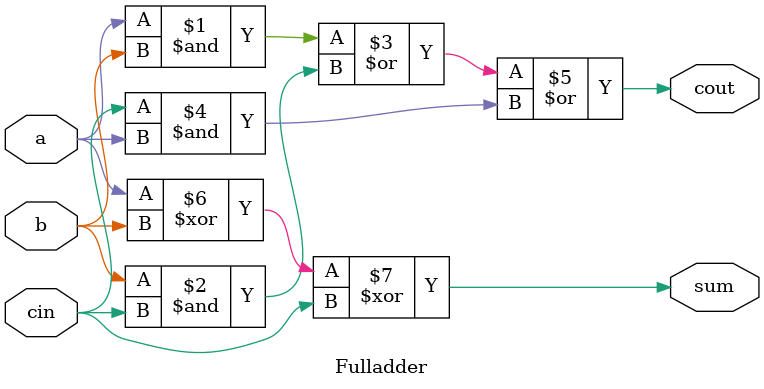
<source format=v>
module Fulladder (input a, b, cin,
                  output cout, sum );
	 
assign cout = a&b | b&cin | cin&a;
assign sum = a^b^cin;

endmodule

</source>
